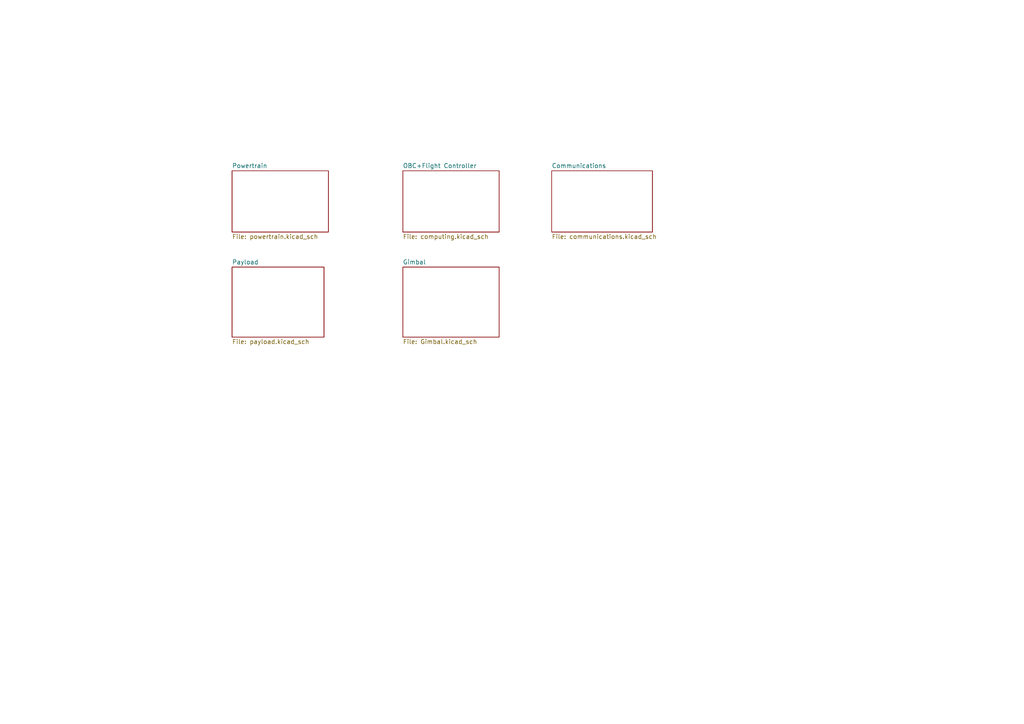
<source format=kicad_sch>
(kicad_sch (version 20211123) (generator eeschema)
  (paper "A4")
  (lib_symbols)
  (sheet (at 116.84 49.53) (size 27.94 17.78) (stroke (width 0.1524))
    (property "Sheet name" "OBC+Flight Controller" (at 116.84 48.8184 0) (effects (justify left bottom)))
    (property "Sheet file" "computing.kicad_sch" (at 116.84 67.8946 0) (effects (justify left top)))
  )
  (sheet (at 116.84 77.47) (size 27.94 20.32) (stroke (width 0.1524))
    (property "Sheet name" "Gimbal" (at 116.84 76.7584 0) (effects (justify left bottom)))
    (property "Sheet file" "Gimbal.kicad_sch" (at 116.84 98.3746 0) (effects (justify left top)))
  )
  (sheet (at 67.31 49.53) (size 27.94 17.78) (stroke (width 0.1524))
    (property "Sheet name" "Powertrain" (at 67.31 48.8184 0) (effects (justify left bottom)))
    (property "Sheet file" "powertrain.kicad_sch" (at 67.31 67.8946 0) (effects (justify left top)))
  )
  (sheet (at 67.31 77.47) (size 26.67 20.32) (stroke (width 0.1524))
    (property "Sheet name" "Payload" (at 67.31 76.7584 0) (effects (justify left bottom)))
    (property "Sheet file" "payload.kicad_sch" (at 67.31 98.3746 0) (effects (justify left top)))
  )
  (sheet (at 160.02 49.53) (size 29.21 17.78) (stroke (width 0.1524))
    (property "Sheet name" "Communications" (at 160.02 48.8184 0) (effects (justify left bottom)))
    (property "Sheet file" "communications.kicad_sch" (at 160.02 67.8946 0) (effects (justify left top)))
  )
)
</source>
